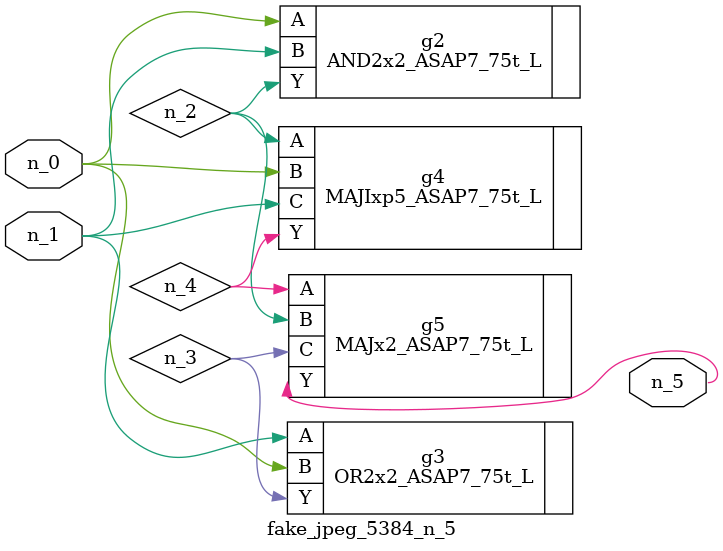
<source format=v>
module fake_jpeg_5384_n_5 (n_0, n_1, n_5);

input n_0;
input n_1;

output n_5;

wire n_3;
wire n_2;
wire n_4;

AND2x2_ASAP7_75t_L g2 ( 
.A(n_0),
.B(n_1),
.Y(n_2)
);

OR2x2_ASAP7_75t_L g3 ( 
.A(n_1),
.B(n_0),
.Y(n_3)
);

MAJIxp5_ASAP7_75t_L g4 ( 
.A(n_2),
.B(n_0),
.C(n_1),
.Y(n_4)
);

MAJx2_ASAP7_75t_L g5 ( 
.A(n_4),
.B(n_2),
.C(n_3),
.Y(n_5)
);


endmodule
</source>
